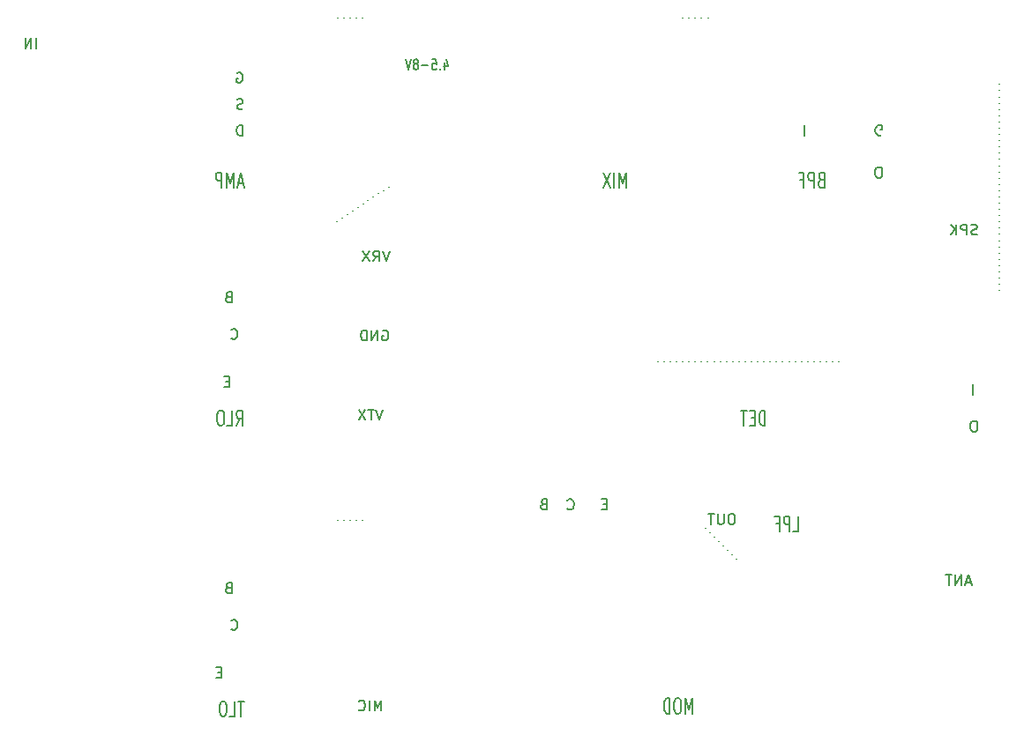
<source format=gbr>
%TF.GenerationSoftware,KiCad,Pcbnew,7.0.2-0*%
%TF.CreationDate,2024-06-16T14:43:20+09:00*%
%TF.ProjectId,am-pcb3,616d2d70-6362-4332-9e6b-696361645f70,rev?*%
%TF.SameCoordinates,Original*%
%TF.FileFunction,Legend,Bot*%
%TF.FilePolarity,Positive*%
%FSLAX46Y46*%
G04 Gerber Fmt 4.6, Leading zero omitted, Abs format (unit mm)*
G04 Created by KiCad (PCBNEW 7.0.2-0) date 2024-06-16 14:43:20*
%MOMM*%
%LPD*%
G01*
G04 APERTURE LIST*
%ADD10C,0.150000*%
G04 APERTURE END LIST*
D10*
X219811666Y-60170952D02*
X219811666Y-60837619D01*
X220002142Y-59790000D02*
X220192619Y-60504285D01*
X220192619Y-60504285D02*
X219697380Y-60504285D01*
X219392618Y-60742380D02*
X219354523Y-60790000D01*
X219354523Y-60790000D02*
X219392618Y-60837619D01*
X219392618Y-60837619D02*
X219430714Y-60790000D01*
X219430714Y-60790000D02*
X219392618Y-60742380D01*
X219392618Y-60742380D02*
X219392618Y-60837619D01*
X218630714Y-59837619D02*
X219011666Y-59837619D01*
X219011666Y-59837619D02*
X219049762Y-60313809D01*
X219049762Y-60313809D02*
X219011666Y-60266190D01*
X219011666Y-60266190D02*
X218935476Y-60218571D01*
X218935476Y-60218571D02*
X218745000Y-60218571D01*
X218745000Y-60218571D02*
X218668809Y-60266190D01*
X218668809Y-60266190D02*
X218630714Y-60313809D01*
X218630714Y-60313809D02*
X218592619Y-60409047D01*
X218592619Y-60409047D02*
X218592619Y-60647142D01*
X218592619Y-60647142D02*
X218630714Y-60742380D01*
X218630714Y-60742380D02*
X218668809Y-60790000D01*
X218668809Y-60790000D02*
X218745000Y-60837619D01*
X218745000Y-60837619D02*
X218935476Y-60837619D01*
X218935476Y-60837619D02*
X219011666Y-60790000D01*
X219011666Y-60790000D02*
X219049762Y-60742380D01*
X218249761Y-60456666D02*
X217640238Y-60456666D01*
X217145000Y-60266190D02*
X217221190Y-60218571D01*
X217221190Y-60218571D02*
X217259285Y-60170952D01*
X217259285Y-60170952D02*
X217297381Y-60075714D01*
X217297381Y-60075714D02*
X217297381Y-60028095D01*
X217297381Y-60028095D02*
X217259285Y-59932857D01*
X217259285Y-59932857D02*
X217221190Y-59885238D01*
X217221190Y-59885238D02*
X217145000Y-59837619D01*
X217145000Y-59837619D02*
X216992619Y-59837619D01*
X216992619Y-59837619D02*
X216916428Y-59885238D01*
X216916428Y-59885238D02*
X216878333Y-59932857D01*
X216878333Y-59932857D02*
X216840238Y-60028095D01*
X216840238Y-60028095D02*
X216840238Y-60075714D01*
X216840238Y-60075714D02*
X216878333Y-60170952D01*
X216878333Y-60170952D02*
X216916428Y-60218571D01*
X216916428Y-60218571D02*
X216992619Y-60266190D01*
X216992619Y-60266190D02*
X217145000Y-60266190D01*
X217145000Y-60266190D02*
X217221190Y-60313809D01*
X217221190Y-60313809D02*
X217259285Y-60361428D01*
X217259285Y-60361428D02*
X217297381Y-60456666D01*
X217297381Y-60456666D02*
X217297381Y-60647142D01*
X217297381Y-60647142D02*
X217259285Y-60742380D01*
X217259285Y-60742380D02*
X217221190Y-60790000D01*
X217221190Y-60790000D02*
X217145000Y-60837619D01*
X217145000Y-60837619D02*
X216992619Y-60837619D01*
X216992619Y-60837619D02*
X216916428Y-60790000D01*
X216916428Y-60790000D02*
X216878333Y-60742380D01*
X216878333Y-60742380D02*
X216840238Y-60647142D01*
X216840238Y-60647142D02*
X216840238Y-60456666D01*
X216840238Y-60456666D02*
X216878333Y-60361428D01*
X216878333Y-60361428D02*
X216916428Y-60313809D01*
X216916428Y-60313809D02*
X216992619Y-60266190D01*
X216611666Y-59837619D02*
X216344999Y-60837619D01*
X216344999Y-60837619D02*
X216078333Y-59837619D01*
X244877685Y-104880315D02*
X244877685Y-104880315D01*
X245301949Y-105304579D02*
X245301949Y-105304579D01*
X245726213Y-105728843D02*
X245726213Y-105728843D01*
X246150477Y-106153107D02*
X246150477Y-106153107D01*
X246574741Y-106577371D02*
X246574741Y-106577371D01*
X246999005Y-107001635D02*
X246999005Y-107001635D01*
X247423269Y-107425899D02*
X247423269Y-107425899D01*
X247847533Y-107850163D02*
X247847533Y-107850163D01*
X209486500Y-75374500D02*
X209486500Y-75374500D01*
X209987603Y-75044506D02*
X209987603Y-75044506D01*
X210488705Y-74714511D02*
X210488705Y-74714511D01*
X210989808Y-74384517D02*
X210989808Y-74384517D01*
X211490910Y-74054523D02*
X211490910Y-74054523D01*
X211992013Y-73724528D02*
X211992013Y-73724528D01*
X212493115Y-73394534D02*
X212493115Y-73394534D01*
X212994218Y-73064540D02*
X212994218Y-73064540D01*
X213495320Y-72734545D02*
X213495320Y-72734545D01*
X213996423Y-72404551D02*
X213996423Y-72404551D01*
X214497525Y-72074557D02*
X214497525Y-72074557D01*
X209550000Y-104140000D02*
X209550000Y-104140000D01*
X210150000Y-104140000D02*
X210150000Y-104140000D01*
X210750000Y-104140000D02*
X210750000Y-104140000D01*
X211350000Y-104140000D02*
X211350000Y-104140000D01*
X211950000Y-104140000D02*
X211950000Y-104140000D01*
X273050000Y-62230000D02*
X273050000Y-62230000D01*
X273050000Y-62830000D02*
X273050000Y-62830000D01*
X273050000Y-63430000D02*
X273050000Y-63430000D01*
X273050000Y-64030000D02*
X273050000Y-64030000D01*
X273050000Y-64630000D02*
X273050000Y-64630000D01*
X273050000Y-65230000D02*
X273050000Y-65230000D01*
X273050000Y-65830000D02*
X273050000Y-65830000D01*
X273050000Y-66430000D02*
X273050000Y-66430000D01*
X273050000Y-67030000D02*
X273050000Y-67030000D01*
X273050000Y-67630000D02*
X273050000Y-67630000D01*
X273050000Y-68230000D02*
X273050000Y-68230000D01*
X273050000Y-68830000D02*
X273050000Y-68830000D01*
X273050000Y-69430000D02*
X273050000Y-69430000D01*
X273050000Y-70030000D02*
X273050000Y-70030000D01*
X273050000Y-70630000D02*
X273050000Y-70630000D01*
X273050000Y-71230000D02*
X273050000Y-71230000D01*
X273050000Y-71830000D02*
X273050000Y-71830000D01*
X273050000Y-72430000D02*
X273050000Y-72430000D01*
X273050000Y-73030000D02*
X273050000Y-73030000D01*
X273050000Y-73630000D02*
X273050000Y-73630000D01*
X273050000Y-74230000D02*
X273050000Y-74230000D01*
X273050000Y-74830000D02*
X273050000Y-74830000D01*
X273050000Y-75430000D02*
X273050000Y-75430000D01*
X273050000Y-76030000D02*
X273050000Y-76030000D01*
X273050000Y-76630000D02*
X273050000Y-76630000D01*
X273050000Y-77230000D02*
X273050000Y-77230000D01*
X273050000Y-77830000D02*
X273050000Y-77830000D01*
X273050000Y-78430000D02*
X273050000Y-78430000D01*
X273050000Y-79030000D02*
X273050000Y-79030000D01*
X273050000Y-79630000D02*
X273050000Y-79630000D01*
X273050000Y-80230000D02*
X273050000Y-80230000D01*
X273050000Y-80830000D02*
X273050000Y-80830000D01*
X273050000Y-81430000D02*
X273050000Y-81430000D01*
X273050000Y-82030000D02*
X273050000Y-82030000D01*
X209550000Y-55880000D02*
X209550000Y-55880000D01*
X210150000Y-55880000D02*
X210150000Y-55880000D01*
X210750000Y-55880000D02*
X210750000Y-55880000D01*
X211350000Y-55880000D02*
X211350000Y-55880000D01*
X211950000Y-55880000D02*
X211950000Y-55880000D01*
X242697000Y-55880000D02*
X242697000Y-55880000D01*
X243297000Y-55880000D02*
X243297000Y-55880000D01*
X243897000Y-55880000D02*
X243897000Y-55880000D01*
X244497000Y-55880000D02*
X244497000Y-55880000D01*
X245097000Y-55880000D02*
X245097000Y-55880000D01*
X240284000Y-88900000D02*
X240284000Y-88900000D01*
X240884000Y-88900000D02*
X240884000Y-88900000D01*
X241484000Y-88900000D02*
X241484000Y-88900000D01*
X242084000Y-88900000D02*
X242084000Y-88900000D01*
X242684000Y-88900000D02*
X242684000Y-88900000D01*
X243284000Y-88900000D02*
X243284000Y-88900000D01*
X243884000Y-88900000D02*
X243884000Y-88900000D01*
X244484000Y-88900000D02*
X244484000Y-88900000D01*
X245084000Y-88900000D02*
X245084000Y-88900000D01*
X245684000Y-88900000D02*
X245684000Y-88900000D01*
X246284000Y-88900000D02*
X246284000Y-88900000D01*
X246884000Y-88900000D02*
X246884000Y-88900000D01*
X247484000Y-88900000D02*
X247484000Y-88900000D01*
X248084000Y-88900000D02*
X248084000Y-88900000D01*
X248684000Y-88900000D02*
X248684000Y-88900000D01*
X249284000Y-88900000D02*
X249284000Y-88900000D01*
X249884000Y-88900000D02*
X249884000Y-88900000D01*
X250484000Y-88900000D02*
X250484000Y-88900000D01*
X251084000Y-88900000D02*
X251084000Y-88900000D01*
X251684000Y-88900000D02*
X251684000Y-88900000D01*
X252284000Y-88900000D02*
X252284000Y-88900000D01*
X252884000Y-88900000D02*
X252884000Y-88900000D01*
X253484000Y-88900000D02*
X253484000Y-88900000D01*
X254084000Y-88900000D02*
X254084000Y-88900000D01*
X254684000Y-88900000D02*
X254684000Y-88900000D01*
X255284000Y-88900000D02*
X255284000Y-88900000D01*
X255884000Y-88900000D02*
X255884000Y-88900000D01*
X256484000Y-88900000D02*
X256484000Y-88900000D01*
X257084000Y-88900000D02*
X257084000Y-88900000D01*
X257684000Y-88900000D02*
X257684000Y-88900000D01*
X213868095Y-85920238D02*
X213963333Y-85872619D01*
X213963333Y-85872619D02*
X214106190Y-85872619D01*
X214106190Y-85872619D02*
X214249047Y-85920238D01*
X214249047Y-85920238D02*
X214344285Y-86015476D01*
X214344285Y-86015476D02*
X214391904Y-86110714D01*
X214391904Y-86110714D02*
X214439523Y-86301190D01*
X214439523Y-86301190D02*
X214439523Y-86444047D01*
X214439523Y-86444047D02*
X214391904Y-86634523D01*
X214391904Y-86634523D02*
X214344285Y-86729761D01*
X214344285Y-86729761D02*
X214249047Y-86825000D01*
X214249047Y-86825000D02*
X214106190Y-86872619D01*
X214106190Y-86872619D02*
X214010952Y-86872619D01*
X214010952Y-86872619D02*
X213868095Y-86825000D01*
X213868095Y-86825000D02*
X213820476Y-86777380D01*
X213820476Y-86777380D02*
X213820476Y-86444047D01*
X213820476Y-86444047D02*
X214010952Y-86444047D01*
X213391904Y-86872619D02*
X213391904Y-85872619D01*
X213391904Y-85872619D02*
X212820476Y-86872619D01*
X212820476Y-86872619D02*
X212820476Y-85872619D01*
X212344285Y-86872619D02*
X212344285Y-85872619D01*
X212344285Y-85872619D02*
X212106190Y-85872619D01*
X212106190Y-85872619D02*
X211963333Y-85920238D01*
X211963333Y-85920238D02*
X211868095Y-86015476D01*
X211868095Y-86015476D02*
X211820476Y-86110714D01*
X211820476Y-86110714D02*
X211772857Y-86301190D01*
X211772857Y-86301190D02*
X211772857Y-86444047D01*
X211772857Y-86444047D02*
X211820476Y-86634523D01*
X211820476Y-86634523D02*
X211868095Y-86729761D01*
X211868095Y-86729761D02*
X211963333Y-86825000D01*
X211963333Y-86825000D02*
X212106190Y-86872619D01*
X212106190Y-86872619D02*
X212344285Y-86872619D01*
X200421904Y-67187619D02*
X200421904Y-66187619D01*
X200421904Y-66187619D02*
X200183809Y-66187619D01*
X200183809Y-66187619D02*
X200040952Y-66235238D01*
X200040952Y-66235238D02*
X199945714Y-66330476D01*
X199945714Y-66330476D02*
X199898095Y-66425714D01*
X199898095Y-66425714D02*
X199850476Y-66616190D01*
X199850476Y-66616190D02*
X199850476Y-66759047D01*
X199850476Y-66759047D02*
X199898095Y-66949523D01*
X199898095Y-66949523D02*
X199945714Y-67044761D01*
X199945714Y-67044761D02*
X200040952Y-67140000D01*
X200040952Y-67140000D02*
X200183809Y-67187619D01*
X200183809Y-67187619D02*
X200421904Y-67187619D01*
X250586904Y-95066428D02*
X250586904Y-93566428D01*
X250586904Y-93566428D02*
X250348809Y-93566428D01*
X250348809Y-93566428D02*
X250205952Y-93637857D01*
X250205952Y-93637857D02*
X250110714Y-93780714D01*
X250110714Y-93780714D02*
X250063095Y-93923571D01*
X250063095Y-93923571D02*
X250015476Y-94209285D01*
X250015476Y-94209285D02*
X250015476Y-94423571D01*
X250015476Y-94423571D02*
X250063095Y-94709285D01*
X250063095Y-94709285D02*
X250110714Y-94852142D01*
X250110714Y-94852142D02*
X250205952Y-94995000D01*
X250205952Y-94995000D02*
X250348809Y-95066428D01*
X250348809Y-95066428D02*
X250586904Y-95066428D01*
X249586904Y-94280714D02*
X249253571Y-94280714D01*
X249110714Y-95066428D02*
X249586904Y-95066428D01*
X249586904Y-95066428D02*
X249586904Y-93566428D01*
X249586904Y-93566428D02*
X249110714Y-93566428D01*
X248824999Y-93566428D02*
X248253571Y-93566428D01*
X248539285Y-95066428D02*
X248539285Y-93566428D01*
X199850476Y-95066428D02*
X200183809Y-94352142D01*
X200421904Y-95066428D02*
X200421904Y-93566428D01*
X200421904Y-93566428D02*
X200040952Y-93566428D01*
X200040952Y-93566428D02*
X199945714Y-93637857D01*
X199945714Y-93637857D02*
X199898095Y-93709285D01*
X199898095Y-93709285D02*
X199850476Y-93852142D01*
X199850476Y-93852142D02*
X199850476Y-94066428D01*
X199850476Y-94066428D02*
X199898095Y-94209285D01*
X199898095Y-94209285D02*
X199945714Y-94280714D01*
X199945714Y-94280714D02*
X200040952Y-94352142D01*
X200040952Y-94352142D02*
X200421904Y-94352142D01*
X198945714Y-95066428D02*
X199421904Y-95066428D01*
X199421904Y-95066428D02*
X199421904Y-93566428D01*
X198421904Y-93566428D02*
X198231428Y-93566428D01*
X198231428Y-93566428D02*
X198136190Y-93637857D01*
X198136190Y-93637857D02*
X198040952Y-93780714D01*
X198040952Y-93780714D02*
X197993333Y-94066428D01*
X197993333Y-94066428D02*
X197993333Y-94566428D01*
X197993333Y-94566428D02*
X198040952Y-94852142D01*
X198040952Y-94852142D02*
X198136190Y-94995000D01*
X198136190Y-94995000D02*
X198231428Y-95066428D01*
X198231428Y-95066428D02*
X198421904Y-95066428D01*
X198421904Y-95066428D02*
X198517142Y-94995000D01*
X198517142Y-94995000D02*
X198612380Y-94852142D01*
X198612380Y-94852142D02*
X198659999Y-94566428D01*
X198659999Y-94566428D02*
X198659999Y-94066428D01*
X198659999Y-94066428D02*
X198612380Y-93780714D01*
X198612380Y-93780714D02*
X198517142Y-93637857D01*
X198517142Y-93637857D02*
X198421904Y-93566428D01*
X199072571Y-110605809D02*
X198929714Y-110653428D01*
X198929714Y-110653428D02*
X198882095Y-110701047D01*
X198882095Y-110701047D02*
X198834476Y-110796285D01*
X198834476Y-110796285D02*
X198834476Y-110939142D01*
X198834476Y-110939142D02*
X198882095Y-111034380D01*
X198882095Y-111034380D02*
X198929714Y-111082000D01*
X198929714Y-111082000D02*
X199024952Y-111129619D01*
X199024952Y-111129619D02*
X199405904Y-111129619D01*
X199405904Y-111129619D02*
X199405904Y-110129619D01*
X199405904Y-110129619D02*
X199072571Y-110129619D01*
X199072571Y-110129619D02*
X198977333Y-110177238D01*
X198977333Y-110177238D02*
X198929714Y-110224857D01*
X198929714Y-110224857D02*
X198882095Y-110320095D01*
X198882095Y-110320095D02*
X198882095Y-110415333D01*
X198882095Y-110415333D02*
X198929714Y-110510571D01*
X198929714Y-110510571D02*
X198977333Y-110558190D01*
X198977333Y-110558190D02*
X199072571Y-110605809D01*
X199072571Y-110605809D02*
X199405904Y-110605809D01*
X200469523Y-71777857D02*
X199993333Y-71777857D01*
X200564761Y-72206428D02*
X200231428Y-70706428D01*
X200231428Y-70706428D02*
X199898095Y-72206428D01*
X199564761Y-72206428D02*
X199564761Y-70706428D01*
X199564761Y-70706428D02*
X199231428Y-71777857D01*
X199231428Y-71777857D02*
X198898095Y-70706428D01*
X198898095Y-70706428D02*
X198898095Y-72206428D01*
X198421904Y-72206428D02*
X198421904Y-70706428D01*
X198421904Y-70706428D02*
X198040952Y-70706428D01*
X198040952Y-70706428D02*
X197945714Y-70777857D01*
X197945714Y-70777857D02*
X197898095Y-70849285D01*
X197898095Y-70849285D02*
X197850476Y-70992142D01*
X197850476Y-70992142D02*
X197850476Y-71206428D01*
X197850476Y-71206428D02*
X197898095Y-71349285D01*
X197898095Y-71349285D02*
X197945714Y-71420714D01*
X197945714Y-71420714D02*
X198040952Y-71492142D01*
X198040952Y-71492142D02*
X198421904Y-71492142D01*
X247475428Y-103525619D02*
X247284952Y-103525619D01*
X247284952Y-103525619D02*
X247189714Y-103573238D01*
X247189714Y-103573238D02*
X247094476Y-103668476D01*
X247094476Y-103668476D02*
X247046857Y-103858952D01*
X247046857Y-103858952D02*
X247046857Y-104192285D01*
X247046857Y-104192285D02*
X247094476Y-104382761D01*
X247094476Y-104382761D02*
X247189714Y-104478000D01*
X247189714Y-104478000D02*
X247284952Y-104525619D01*
X247284952Y-104525619D02*
X247475428Y-104525619D01*
X247475428Y-104525619D02*
X247570666Y-104478000D01*
X247570666Y-104478000D02*
X247665904Y-104382761D01*
X247665904Y-104382761D02*
X247713523Y-104192285D01*
X247713523Y-104192285D02*
X247713523Y-103858952D01*
X247713523Y-103858952D02*
X247665904Y-103668476D01*
X247665904Y-103668476D02*
X247570666Y-103573238D01*
X247570666Y-103573238D02*
X247475428Y-103525619D01*
X246618285Y-103525619D02*
X246618285Y-104335142D01*
X246618285Y-104335142D02*
X246570666Y-104430380D01*
X246570666Y-104430380D02*
X246523047Y-104478000D01*
X246523047Y-104478000D02*
X246427809Y-104525619D01*
X246427809Y-104525619D02*
X246237333Y-104525619D01*
X246237333Y-104525619D02*
X246142095Y-104478000D01*
X246142095Y-104478000D02*
X246094476Y-104430380D01*
X246094476Y-104430380D02*
X246046857Y-104335142D01*
X246046857Y-104335142D02*
X246046857Y-103525619D01*
X245713523Y-103525619D02*
X245142095Y-103525619D01*
X245427809Y-104525619D02*
X245427809Y-103525619D01*
X213899761Y-93492619D02*
X213566428Y-94492619D01*
X213566428Y-94492619D02*
X213233095Y-93492619D01*
X213042618Y-93492619D02*
X212471190Y-93492619D01*
X212756904Y-94492619D02*
X212756904Y-93492619D01*
X212233094Y-93492619D02*
X211566428Y-94492619D01*
X211566428Y-93492619D02*
X212233094Y-94492619D01*
X229320256Y-102583124D02*
X229177399Y-102630743D01*
X229177399Y-102630743D02*
X229129780Y-102678362D01*
X229129780Y-102678362D02*
X229082161Y-102773600D01*
X229082161Y-102773600D02*
X229082161Y-102916457D01*
X229082161Y-102916457D02*
X229129780Y-103011695D01*
X229129780Y-103011695D02*
X229177399Y-103059315D01*
X229177399Y-103059315D02*
X229272637Y-103106934D01*
X229272637Y-103106934D02*
X229653589Y-103106934D01*
X229653589Y-103106934D02*
X229653589Y-102106934D01*
X229653589Y-102106934D02*
X229320256Y-102106934D01*
X229320256Y-102106934D02*
X229225018Y-102154553D01*
X229225018Y-102154553D02*
X229177399Y-102202172D01*
X229177399Y-102202172D02*
X229129780Y-102297410D01*
X229129780Y-102297410D02*
X229129780Y-102392648D01*
X229129780Y-102392648D02*
X229177399Y-102487886D01*
X229177399Y-102487886D02*
X229225018Y-102535505D01*
X229225018Y-102535505D02*
X229320256Y-102583124D01*
X229320256Y-102583124D02*
X229653589Y-102583124D01*
X214534761Y-78252619D02*
X214201428Y-79252619D01*
X214201428Y-79252619D02*
X213868095Y-78252619D01*
X212963333Y-79252619D02*
X213296666Y-78776428D01*
X213534761Y-79252619D02*
X213534761Y-78252619D01*
X213534761Y-78252619D02*
X213153809Y-78252619D01*
X213153809Y-78252619D02*
X213058571Y-78300238D01*
X213058571Y-78300238D02*
X213010952Y-78347857D01*
X213010952Y-78347857D02*
X212963333Y-78443095D01*
X212963333Y-78443095D02*
X212963333Y-78585952D01*
X212963333Y-78585952D02*
X213010952Y-78681190D01*
X213010952Y-78681190D02*
X213058571Y-78728809D01*
X213058571Y-78728809D02*
X213153809Y-78776428D01*
X213153809Y-78776428D02*
X213534761Y-78776428D01*
X212629999Y-78252619D02*
X211963333Y-79252619D01*
X211963333Y-78252619D02*
X212629999Y-79252619D01*
X200564761Y-121506428D02*
X199993333Y-121506428D01*
X200279047Y-123006428D02*
X200279047Y-121506428D01*
X199183809Y-123006428D02*
X199659999Y-123006428D01*
X199659999Y-123006428D02*
X199659999Y-121506428D01*
X198659999Y-121506428D02*
X198469523Y-121506428D01*
X198469523Y-121506428D02*
X198374285Y-121577857D01*
X198374285Y-121577857D02*
X198279047Y-121720714D01*
X198279047Y-121720714D02*
X198231428Y-122006428D01*
X198231428Y-122006428D02*
X198231428Y-122506428D01*
X198231428Y-122506428D02*
X198279047Y-122792142D01*
X198279047Y-122792142D02*
X198374285Y-122935000D01*
X198374285Y-122935000D02*
X198469523Y-123006428D01*
X198469523Y-123006428D02*
X198659999Y-123006428D01*
X198659999Y-123006428D02*
X198755237Y-122935000D01*
X198755237Y-122935000D02*
X198850475Y-122792142D01*
X198850475Y-122792142D02*
X198898094Y-122506428D01*
X198898094Y-122506428D02*
X198898094Y-122006428D01*
X198898094Y-122006428D02*
X198850475Y-121720714D01*
X198850475Y-121720714D02*
X198755237Y-121577857D01*
X198755237Y-121577857D02*
X198659999Y-121506428D01*
X270557571Y-95600380D02*
X270748047Y-95600380D01*
X270748047Y-95600380D02*
X270843285Y-95552761D01*
X270843285Y-95552761D02*
X270938523Y-95457523D01*
X270938523Y-95457523D02*
X270986142Y-95267047D01*
X270986142Y-95267047D02*
X270986142Y-94933714D01*
X270986142Y-94933714D02*
X270938523Y-94743238D01*
X270938523Y-94743238D02*
X270843285Y-94648000D01*
X270843285Y-94648000D02*
X270748047Y-94600380D01*
X270748047Y-94600380D02*
X270557571Y-94600380D01*
X270557571Y-94600380D02*
X270462333Y-94648000D01*
X270462333Y-94648000D02*
X270367095Y-94743238D01*
X270367095Y-94743238D02*
X270319476Y-94933714D01*
X270319476Y-94933714D02*
X270319476Y-95267047D01*
X270319476Y-95267047D02*
X270367095Y-95457523D01*
X270367095Y-95457523D02*
X270462333Y-95552761D01*
X270462333Y-95552761D02*
X270557571Y-95600380D01*
X254396904Y-67187619D02*
X254396904Y-66187619D01*
X243623589Y-122730743D02*
X243623589Y-121230743D01*
X243623589Y-121230743D02*
X243290256Y-122302172D01*
X243290256Y-122302172D02*
X242956923Y-121230743D01*
X242956923Y-121230743D02*
X242956923Y-122730743D01*
X242290256Y-121230743D02*
X242099780Y-121230743D01*
X242099780Y-121230743D02*
X242004542Y-121302172D01*
X242004542Y-121302172D02*
X241909304Y-121445029D01*
X241909304Y-121445029D02*
X241861685Y-121730743D01*
X241861685Y-121730743D02*
X241861685Y-122230743D01*
X241861685Y-122230743D02*
X241909304Y-122516457D01*
X241909304Y-122516457D02*
X242004542Y-122659315D01*
X242004542Y-122659315D02*
X242099780Y-122730743D01*
X242099780Y-122730743D02*
X242290256Y-122730743D01*
X242290256Y-122730743D02*
X242385494Y-122659315D01*
X242385494Y-122659315D02*
X242480732Y-122516457D01*
X242480732Y-122516457D02*
X242528351Y-122230743D01*
X242528351Y-122230743D02*
X242528351Y-121730743D01*
X242528351Y-121730743D02*
X242480732Y-121445029D01*
X242480732Y-121445029D02*
X242385494Y-121302172D01*
X242385494Y-121302172D02*
X242290256Y-121230743D01*
X241433113Y-122730743D02*
X241433113Y-121230743D01*
X241433113Y-121230743D02*
X241195018Y-121230743D01*
X241195018Y-121230743D02*
X241052161Y-121302172D01*
X241052161Y-121302172D02*
X240956923Y-121445029D01*
X240956923Y-121445029D02*
X240909304Y-121587886D01*
X240909304Y-121587886D02*
X240861685Y-121873600D01*
X240861685Y-121873600D02*
X240861685Y-122087886D01*
X240861685Y-122087886D02*
X240909304Y-122373600D01*
X240909304Y-122373600D02*
X240956923Y-122516457D01*
X240956923Y-122516457D02*
X241052161Y-122659315D01*
X241052161Y-122659315D02*
X241195018Y-122730743D01*
X241195018Y-122730743D02*
X241433113Y-122730743D01*
X253285714Y-105226428D02*
X253761904Y-105226428D01*
X253761904Y-105226428D02*
X253761904Y-103726428D01*
X252952380Y-105226428D02*
X252952380Y-103726428D01*
X252952380Y-103726428D02*
X252571428Y-103726428D01*
X252571428Y-103726428D02*
X252476190Y-103797857D01*
X252476190Y-103797857D02*
X252428571Y-103869285D01*
X252428571Y-103869285D02*
X252380952Y-104012142D01*
X252380952Y-104012142D02*
X252380952Y-104226428D01*
X252380952Y-104226428D02*
X252428571Y-104369285D01*
X252428571Y-104369285D02*
X252476190Y-104440714D01*
X252476190Y-104440714D02*
X252571428Y-104512142D01*
X252571428Y-104512142D02*
X252952380Y-104512142D01*
X251619047Y-104440714D02*
X251952380Y-104440714D01*
X251952380Y-105226428D02*
X251952380Y-103726428D01*
X251952380Y-103726428D02*
X251476190Y-103726428D01*
X199342476Y-114590380D02*
X199390095Y-114638000D01*
X199390095Y-114638000D02*
X199532952Y-114685619D01*
X199532952Y-114685619D02*
X199628190Y-114685619D01*
X199628190Y-114685619D02*
X199771047Y-114638000D01*
X199771047Y-114638000D02*
X199866285Y-114542761D01*
X199866285Y-114542761D02*
X199913904Y-114447523D01*
X199913904Y-114447523D02*
X199961523Y-114257047D01*
X199961523Y-114257047D02*
X199961523Y-114114190D01*
X199961523Y-114114190D02*
X199913904Y-113923714D01*
X199913904Y-113923714D02*
X199866285Y-113828476D01*
X199866285Y-113828476D02*
X199771047Y-113733238D01*
X199771047Y-113733238D02*
X199628190Y-113685619D01*
X199628190Y-113685619D02*
X199532952Y-113685619D01*
X199532952Y-113685619D02*
X199390095Y-113733238D01*
X199390095Y-113733238D02*
X199342476Y-113780857D01*
X255968571Y-71420714D02*
X255825714Y-71492142D01*
X255825714Y-71492142D02*
X255778095Y-71563571D01*
X255778095Y-71563571D02*
X255730476Y-71706428D01*
X255730476Y-71706428D02*
X255730476Y-71920714D01*
X255730476Y-71920714D02*
X255778095Y-72063571D01*
X255778095Y-72063571D02*
X255825714Y-72135000D01*
X255825714Y-72135000D02*
X255920952Y-72206428D01*
X255920952Y-72206428D02*
X256301904Y-72206428D01*
X256301904Y-72206428D02*
X256301904Y-70706428D01*
X256301904Y-70706428D02*
X255968571Y-70706428D01*
X255968571Y-70706428D02*
X255873333Y-70777857D01*
X255873333Y-70777857D02*
X255825714Y-70849285D01*
X255825714Y-70849285D02*
X255778095Y-70992142D01*
X255778095Y-70992142D02*
X255778095Y-71135000D01*
X255778095Y-71135000D02*
X255825714Y-71277857D01*
X255825714Y-71277857D02*
X255873333Y-71349285D01*
X255873333Y-71349285D02*
X255968571Y-71420714D01*
X255968571Y-71420714D02*
X256301904Y-71420714D01*
X255301904Y-72206428D02*
X255301904Y-70706428D01*
X255301904Y-70706428D02*
X254920952Y-70706428D01*
X254920952Y-70706428D02*
X254825714Y-70777857D01*
X254825714Y-70777857D02*
X254778095Y-70849285D01*
X254778095Y-70849285D02*
X254730476Y-70992142D01*
X254730476Y-70992142D02*
X254730476Y-71206428D01*
X254730476Y-71206428D02*
X254778095Y-71349285D01*
X254778095Y-71349285D02*
X254825714Y-71420714D01*
X254825714Y-71420714D02*
X254920952Y-71492142D01*
X254920952Y-71492142D02*
X255301904Y-71492142D01*
X253968571Y-71420714D02*
X254301904Y-71420714D01*
X254301904Y-72206428D02*
X254301904Y-70706428D01*
X254301904Y-70706428D02*
X253825714Y-70706428D01*
X270954523Y-76665000D02*
X270811666Y-76712619D01*
X270811666Y-76712619D02*
X270573571Y-76712619D01*
X270573571Y-76712619D02*
X270478333Y-76665000D01*
X270478333Y-76665000D02*
X270430714Y-76617380D01*
X270430714Y-76617380D02*
X270383095Y-76522142D01*
X270383095Y-76522142D02*
X270383095Y-76426904D01*
X270383095Y-76426904D02*
X270430714Y-76331666D01*
X270430714Y-76331666D02*
X270478333Y-76284047D01*
X270478333Y-76284047D02*
X270573571Y-76236428D01*
X270573571Y-76236428D02*
X270764047Y-76188809D01*
X270764047Y-76188809D02*
X270859285Y-76141190D01*
X270859285Y-76141190D02*
X270906904Y-76093571D01*
X270906904Y-76093571D02*
X270954523Y-75998333D01*
X270954523Y-75998333D02*
X270954523Y-75903095D01*
X270954523Y-75903095D02*
X270906904Y-75807857D01*
X270906904Y-75807857D02*
X270859285Y-75760238D01*
X270859285Y-75760238D02*
X270764047Y-75712619D01*
X270764047Y-75712619D02*
X270525952Y-75712619D01*
X270525952Y-75712619D02*
X270383095Y-75760238D01*
X269954523Y-76712619D02*
X269954523Y-75712619D01*
X269954523Y-75712619D02*
X269573571Y-75712619D01*
X269573571Y-75712619D02*
X269478333Y-75760238D01*
X269478333Y-75760238D02*
X269430714Y-75807857D01*
X269430714Y-75807857D02*
X269383095Y-75903095D01*
X269383095Y-75903095D02*
X269383095Y-76045952D01*
X269383095Y-76045952D02*
X269430714Y-76141190D01*
X269430714Y-76141190D02*
X269478333Y-76188809D01*
X269478333Y-76188809D02*
X269573571Y-76236428D01*
X269573571Y-76236428D02*
X269954523Y-76236428D01*
X268954523Y-76712619D02*
X268954523Y-75712619D01*
X268383095Y-76712619D02*
X268811666Y-76141190D01*
X268383095Y-75712619D02*
X268954523Y-76284047D01*
X199342476Y-86650380D02*
X199390095Y-86698000D01*
X199390095Y-86698000D02*
X199532952Y-86745619D01*
X199532952Y-86745619D02*
X199628190Y-86745619D01*
X199628190Y-86745619D02*
X199771047Y-86698000D01*
X199771047Y-86698000D02*
X199866285Y-86602761D01*
X199866285Y-86602761D02*
X199913904Y-86507523D01*
X199913904Y-86507523D02*
X199961523Y-86317047D01*
X199961523Y-86317047D02*
X199961523Y-86174190D01*
X199961523Y-86174190D02*
X199913904Y-85983714D01*
X199913904Y-85983714D02*
X199866285Y-85888476D01*
X199866285Y-85888476D02*
X199771047Y-85793238D01*
X199771047Y-85793238D02*
X199628190Y-85745619D01*
X199628190Y-85745619D02*
X199532952Y-85745619D01*
X199532952Y-85745619D02*
X199390095Y-85793238D01*
X199390095Y-85793238D02*
X199342476Y-85840857D01*
X180609904Y-58805619D02*
X180609904Y-57805619D01*
X180133714Y-58805619D02*
X180133714Y-57805619D01*
X180133714Y-57805619D02*
X179562286Y-58805619D01*
X179562286Y-58805619D02*
X179562286Y-57805619D01*
X213756904Y-122432619D02*
X213756904Y-121432619D01*
X213756904Y-121432619D02*
X213423571Y-122146904D01*
X213423571Y-122146904D02*
X213090238Y-121432619D01*
X213090238Y-121432619D02*
X213090238Y-122432619D01*
X212614047Y-122432619D02*
X212614047Y-121432619D01*
X211566429Y-122337380D02*
X211614048Y-122385000D01*
X211614048Y-122385000D02*
X211756905Y-122432619D01*
X211756905Y-122432619D02*
X211852143Y-122432619D01*
X211852143Y-122432619D02*
X211995000Y-122385000D01*
X211995000Y-122385000D02*
X212090238Y-122289761D01*
X212090238Y-122289761D02*
X212137857Y-122194523D01*
X212137857Y-122194523D02*
X212185476Y-122004047D01*
X212185476Y-122004047D02*
X212185476Y-121861190D01*
X212185476Y-121861190D02*
X212137857Y-121670714D01*
X212137857Y-121670714D02*
X212090238Y-121575476D01*
X212090238Y-121575476D02*
X211995000Y-121480238D01*
X211995000Y-121480238D02*
X211852143Y-121432619D01*
X211852143Y-121432619D02*
X211756905Y-121432619D01*
X211756905Y-121432619D02*
X211614048Y-121480238D01*
X211614048Y-121480238D02*
X211566429Y-121527857D01*
X199151904Y-90793809D02*
X198818571Y-90793809D01*
X198675714Y-91317619D02*
X199151904Y-91317619D01*
X199151904Y-91317619D02*
X199151904Y-90317619D01*
X199151904Y-90317619D02*
X198675714Y-90317619D01*
X200469523Y-64600000D02*
X200326666Y-64647619D01*
X200326666Y-64647619D02*
X200088571Y-64647619D01*
X200088571Y-64647619D02*
X199993333Y-64600000D01*
X199993333Y-64600000D02*
X199945714Y-64552380D01*
X199945714Y-64552380D02*
X199898095Y-64457142D01*
X199898095Y-64457142D02*
X199898095Y-64361904D01*
X199898095Y-64361904D02*
X199945714Y-64266666D01*
X199945714Y-64266666D02*
X199993333Y-64219047D01*
X199993333Y-64219047D02*
X200088571Y-64171428D01*
X200088571Y-64171428D02*
X200279047Y-64123809D01*
X200279047Y-64123809D02*
X200374285Y-64076190D01*
X200374285Y-64076190D02*
X200421904Y-64028571D01*
X200421904Y-64028571D02*
X200469523Y-63933333D01*
X200469523Y-63933333D02*
X200469523Y-63838095D01*
X200469523Y-63838095D02*
X200421904Y-63742857D01*
X200421904Y-63742857D02*
X200374285Y-63695238D01*
X200374285Y-63695238D02*
X200279047Y-63647619D01*
X200279047Y-63647619D02*
X200040952Y-63647619D01*
X200040952Y-63647619D02*
X199898095Y-63695238D01*
X199898095Y-61155238D02*
X199993333Y-61107619D01*
X199993333Y-61107619D02*
X200136190Y-61107619D01*
X200136190Y-61107619D02*
X200279047Y-61155238D01*
X200279047Y-61155238D02*
X200374285Y-61250476D01*
X200374285Y-61250476D02*
X200421904Y-61345714D01*
X200421904Y-61345714D02*
X200469523Y-61536190D01*
X200469523Y-61536190D02*
X200469523Y-61679047D01*
X200469523Y-61679047D02*
X200421904Y-61869523D01*
X200421904Y-61869523D02*
X200374285Y-61964761D01*
X200374285Y-61964761D02*
X200279047Y-62060000D01*
X200279047Y-62060000D02*
X200136190Y-62107619D01*
X200136190Y-62107619D02*
X200040952Y-62107619D01*
X200040952Y-62107619D02*
X199898095Y-62060000D01*
X199898095Y-62060000D02*
X199850476Y-62012380D01*
X199850476Y-62012380D02*
X199850476Y-61679047D01*
X199850476Y-61679047D02*
X200040952Y-61679047D01*
X237251904Y-72206428D02*
X237251904Y-70706428D01*
X237251904Y-70706428D02*
X236918571Y-71777857D01*
X236918571Y-71777857D02*
X236585238Y-70706428D01*
X236585238Y-70706428D02*
X236585238Y-72206428D01*
X236109047Y-72206428D02*
X236109047Y-70706428D01*
X235728095Y-70706428D02*
X235061429Y-72206428D01*
X235061429Y-70706428D02*
X235728095Y-72206428D01*
X198389904Y-118733809D02*
X198056571Y-118733809D01*
X197913714Y-119257619D02*
X198389904Y-119257619D01*
X198389904Y-119257619D02*
X198389904Y-118257619D01*
X198389904Y-118257619D02*
X197913714Y-118257619D01*
X199072571Y-82665809D02*
X198929714Y-82713428D01*
X198929714Y-82713428D02*
X198882095Y-82761047D01*
X198882095Y-82761047D02*
X198834476Y-82856285D01*
X198834476Y-82856285D02*
X198834476Y-82999142D01*
X198834476Y-82999142D02*
X198882095Y-83094380D01*
X198882095Y-83094380D02*
X198929714Y-83142000D01*
X198929714Y-83142000D02*
X199024952Y-83189619D01*
X199024952Y-83189619D02*
X199405904Y-83189619D01*
X199405904Y-83189619D02*
X199405904Y-82189619D01*
X199405904Y-82189619D02*
X199072571Y-82189619D01*
X199072571Y-82189619D02*
X198977333Y-82237238D01*
X198977333Y-82237238D02*
X198929714Y-82284857D01*
X198929714Y-82284857D02*
X198882095Y-82380095D01*
X198882095Y-82380095D02*
X198882095Y-82475333D01*
X198882095Y-82475333D02*
X198929714Y-82570571D01*
X198929714Y-82570571D02*
X198977333Y-82618190D01*
X198977333Y-82618190D02*
X199072571Y-82665809D01*
X199072571Y-82665809D02*
X199405904Y-82665809D01*
X231622161Y-103011695D02*
X231669780Y-103059315D01*
X231669780Y-103059315D02*
X231812637Y-103106934D01*
X231812637Y-103106934D02*
X231907875Y-103106934D01*
X231907875Y-103106934D02*
X232050732Y-103059315D01*
X232050732Y-103059315D02*
X232145970Y-102964076D01*
X232145970Y-102964076D02*
X232193589Y-102868838D01*
X232193589Y-102868838D02*
X232241208Y-102678362D01*
X232241208Y-102678362D02*
X232241208Y-102535505D01*
X232241208Y-102535505D02*
X232193589Y-102345029D01*
X232193589Y-102345029D02*
X232145970Y-102249791D01*
X232145970Y-102249791D02*
X232050732Y-102154553D01*
X232050732Y-102154553D02*
X231907875Y-102106934D01*
X231907875Y-102106934D02*
X231812637Y-102106934D01*
X231812637Y-102106934D02*
X231669780Y-102154553D01*
X231669780Y-102154553D02*
X231622161Y-102202172D01*
X270504095Y-91044380D02*
X270504095Y-92044380D01*
X235368589Y-102583124D02*
X235035256Y-102583124D01*
X234892399Y-103106934D02*
X235368589Y-103106934D01*
X235368589Y-103106934D02*
X235368589Y-102106934D01*
X235368589Y-102106934D02*
X234892399Y-102106934D01*
X270319523Y-110081904D02*
X269843333Y-110081904D01*
X270414761Y-110367619D02*
X270081428Y-109367619D01*
X270081428Y-109367619D02*
X269748095Y-110367619D01*
X269414761Y-110367619D02*
X269414761Y-109367619D01*
X269414761Y-109367619D02*
X268843333Y-110367619D01*
X268843333Y-110367619D02*
X268843333Y-109367619D01*
X268509999Y-109367619D02*
X267938571Y-109367619D01*
X268224285Y-110367619D02*
X268224285Y-109367619D01*
%TO.C,U81*%
X261746904Y-67114761D02*
X261651666Y-67162380D01*
X261651666Y-67162380D02*
X261508809Y-67162380D01*
X261508809Y-67162380D02*
X261365952Y-67114761D01*
X261365952Y-67114761D02*
X261270714Y-67019523D01*
X261270714Y-67019523D02*
X261223095Y-66924285D01*
X261223095Y-66924285D02*
X261175476Y-66733809D01*
X261175476Y-66733809D02*
X261175476Y-66590952D01*
X261175476Y-66590952D02*
X261223095Y-66400476D01*
X261223095Y-66400476D02*
X261270714Y-66305238D01*
X261270714Y-66305238D02*
X261365952Y-66210000D01*
X261365952Y-66210000D02*
X261508809Y-66162380D01*
X261508809Y-66162380D02*
X261604047Y-66162380D01*
X261604047Y-66162380D02*
X261746904Y-66210000D01*
X261746904Y-66210000D02*
X261794523Y-66257619D01*
X261794523Y-66257619D02*
X261794523Y-66590952D01*
X261794523Y-66590952D02*
X261604047Y-66590952D01*
X261413571Y-71218180D02*
X261604047Y-71218180D01*
X261604047Y-71218180D02*
X261699285Y-71170561D01*
X261699285Y-71170561D02*
X261794523Y-71075323D01*
X261794523Y-71075323D02*
X261842142Y-70884847D01*
X261842142Y-70884847D02*
X261842142Y-70551514D01*
X261842142Y-70551514D02*
X261794523Y-70361038D01*
X261794523Y-70361038D02*
X261699285Y-70265800D01*
X261699285Y-70265800D02*
X261604047Y-70218180D01*
X261604047Y-70218180D02*
X261413571Y-70218180D01*
X261413571Y-70218180D02*
X261318333Y-70265800D01*
X261318333Y-70265800D02*
X261223095Y-70361038D01*
X261223095Y-70361038D02*
X261175476Y-70551514D01*
X261175476Y-70551514D02*
X261175476Y-70884847D01*
X261175476Y-70884847D02*
X261223095Y-71075323D01*
X261223095Y-71075323D02*
X261318333Y-71170561D01*
X261318333Y-71170561D02*
X261413571Y-71218180D01*
%TD*%
M02*

</source>
